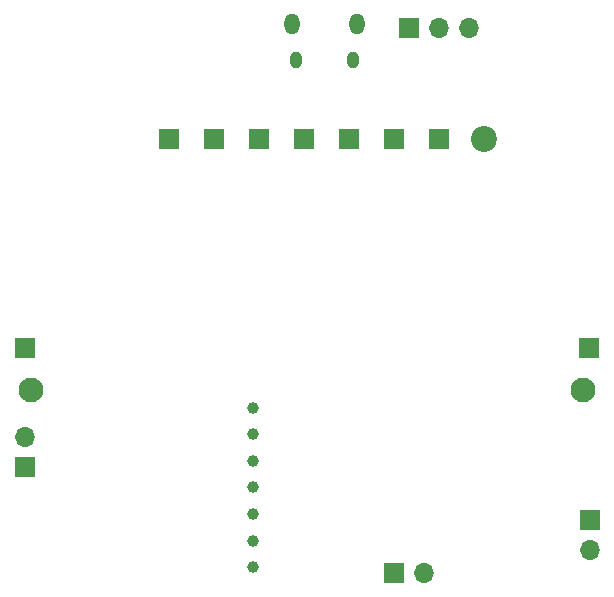
<source format=gbr>
%TF.GenerationSoftware,KiCad,Pcbnew,8.0.4*%
%TF.CreationDate,2024-07-20T20:35:12+02:00*%
%TF.ProjectId,pico-HABakuk,7069636f-2d48-4414-9261-6b756b2e6b69,REV1*%
%TF.SameCoordinates,Original*%
%TF.FileFunction,Soldermask,Bot*%
%TF.FilePolarity,Negative*%
%FSLAX46Y46*%
G04 Gerber Fmt 4.6, Leading zero omitted, Abs format (unit mm)*
G04 Created by KiCad (PCBNEW 8.0.4) date 2024-07-20 20:35:12*
%MOMM*%
%LPD*%
G01*
G04 APERTURE LIST*
%ADD10O,1.300000X1.800000*%
%ADD11O,1.050000X1.450000*%
%ADD12C,2.100000*%
%ADD13R,1.700000X1.700000*%
%ADD14C,1.000000*%
%ADD15O,1.700000X1.700000*%
%ADD16C,2.200000*%
G04 APERTURE END LIST*
D10*
X104050000Y-72550000D03*
D11*
X103750000Y-75580000D03*
X98900000Y-75580000D03*
D10*
X98600000Y-72550000D03*
D12*
X123250000Y-103500000D03*
D13*
X95762000Y-82291000D03*
D14*
X95250000Y-111750000D03*
X95250000Y-105000000D03*
X95250000Y-109500000D03*
D13*
X99572000Y-82291000D03*
X123698000Y-99908000D03*
D12*
X76500000Y-103500000D03*
D13*
X91952000Y-82291000D03*
X75946000Y-99908000D03*
X123775000Y-114500000D03*
D15*
X123775000Y-117040000D03*
D16*
X114812000Y-82291000D03*
D14*
X95250000Y-116250000D03*
X95250000Y-107250000D03*
D13*
X75975000Y-110000000D03*
D15*
X75975000Y-107460000D03*
D13*
X88142000Y-82291000D03*
X103382000Y-82291000D03*
X111002000Y-82291000D03*
X108462000Y-72893000D03*
D15*
X111002000Y-72893000D03*
X113542000Y-72893000D03*
D13*
X107250000Y-118975000D03*
D15*
X109790000Y-118975000D03*
D14*
X95250000Y-114000000D03*
D13*
X107192000Y-82291000D03*
D14*
X95250000Y-118500000D03*
M02*

</source>
